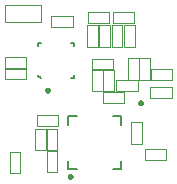
<source format=gto>
%FSTAX25Y25*%
%MOIN*%
%SFA1B1*%

%IPPOS*%
%ADD31C,0.009840*%
%ADD32C,0.003940*%
%ADD33C,0.007870*%
%LNnrf24_pa_lna_rfm69hw-1*%
%LPD*%
G54D31*
X0144685Y0133465D02*
D01*
X0144683Y0133499*
X014468Y0133533*
X0144674Y0133567*
X0144665Y01336*
X0144655Y0133633*
X0144642Y0133665*
X0144627Y0133695*
X014461Y0133725*
X0144591Y0133754*
X0144569Y0133781*
X0144546Y0133806*
X0144522Y013383*
X0144495Y0133852*
X0144468Y0133872*
X0144439Y0133891*
X0144408Y0133907*
X0144377Y0133921*
X0144345Y0133932*
X0144312Y0133942*
X0144278Y0133949*
X0144244Y0133954*
X014421Y0133956*
X0144175*
X0144141Y0133954*
X0144107Y0133949*
X0144073Y0133942*
X014404Y0133932*
X0144008Y0133921*
X0143977Y0133907*
X0143947Y0133891*
X0143917Y0133872*
X014389Y0133852*
X0143863Y013383*
X0143839Y0133806*
X0143816Y0133781*
X0143794Y0133754*
X0143775Y0133725*
X0143758Y0133695*
X0143743Y0133665*
X014373Y0133633*
X014372Y01336*
X0143711Y0133567*
X0143705Y0133533*
X0143702Y0133499*
X0143701Y0133465*
X0143702Y013343*
X0143705Y0133396*
X0143711Y0133362*
X014372Y0133329*
X014373Y0133296*
X0143743Y0133264*
X0143758Y0133234*
X0143775Y0133204*
X0143794Y0133175*
X0143816Y0133148*
X0143839Y0133123*
X0143863Y0133099*
X014389Y0133077*
X0143917Y0133057*
X0143947Y0133038*
X0143977Y0133022*
X0144008Y0133008*
X014404Y0132997*
X0144073Y0132987*
X0144107Y013298*
X0144141Y0132975*
X0144175Y0132973*
X014421*
X0144244Y0132975*
X0144278Y013298*
X0144312Y0132987*
X0144345Y0132997*
X0144377Y0133008*
X0144408Y0133022*
X0144439Y0133038*
X0144468Y0133057*
X0144495Y0133077*
X0144522Y0133099*
X0144546Y0133123*
X0144569Y0133148*
X0144591Y0133175*
X014461Y0133204*
X0144627Y0133234*
X0144642Y0133264*
X0144655Y0133296*
X0144665Y0133329*
X0144674Y0133362*
X014468Y0133396*
X0144683Y013343*
X0144685Y0133465*
X012126Y0108858D02*
D01*
X0121258Y0108892*
X0121255Y0108926*
X0121249Y010896*
X012124Y0108993*
X012123Y0109026*
X0121217Y0109058*
X0121202Y0109088*
X0121185Y0109118*
X0121166Y0109147*
X0121144Y0109174*
X0121121Y0109199*
X0121097Y0109223*
X012107Y0109245*
X0121043Y0109265*
X0121014Y0109284*
X0120983Y01093*
X0120952Y0109314*
X012092Y0109325*
X0120887Y0109335*
X0120853Y0109342*
X0120819Y0109347*
X0120785Y0109349*
X012075*
X0120716Y0109347*
X0120682Y0109342*
X0120648Y0109335*
X0120615Y0109325*
X0120583Y0109314*
X0120552Y01093*
X0120522Y0109284*
X0120492Y0109265*
X0120465Y0109245*
X0120438Y0109223*
X0120414Y0109199*
X0120391Y0109174*
X0120369Y0109147*
X012035Y0109118*
X0120333Y0109088*
X0120318Y0109058*
X0120305Y0109026*
X0120295Y0108993*
X0120286Y010896*
X012028Y0108926*
X0120277Y0108892*
X0120276Y0108858*
X0120277Y0108823*
X012028Y0108789*
X0120286Y0108755*
X0120295Y0108722*
X0120305Y0108689*
X0120318Y0108657*
X0120333Y0108627*
X012035Y0108597*
X0120369Y0108568*
X0120391Y0108541*
X0120414Y0108516*
X0120438Y0108492*
X0120465Y010847*
X0120492Y010845*
X0120522Y0108431*
X0120552Y0108415*
X0120583Y0108401*
X0120615Y010839*
X0120648Y010838*
X0120682Y0108373*
X0120716Y0108368*
X012075Y0108366*
X0120785*
X0120819Y0108368*
X0120853Y0108373*
X0120887Y010838*
X012092Y010839*
X0120952Y0108401*
X0120983Y0108415*
X0121014Y0108431*
X0121043Y010845*
X012107Y010847*
X0121097Y0108492*
X0121121Y0108516*
X0121144Y0108541*
X0121166Y0108568*
X0121185Y0108597*
X0121202Y0108627*
X0121217Y0108657*
X012123Y0108689*
X012124Y0108722*
X0121249Y0108755*
X0121255Y0108789*
X0121258Y0108823*
X012126Y0108858*
X0113681Y0137697D02*
D01*
X0113679Y0137731*
X0113676Y0137765*
X011367Y0137799*
X0113661Y0137832*
X0113651Y0137865*
X0113638Y0137897*
X0113623Y0137927*
X0113606Y0137957*
X0113587Y0137986*
X0113565Y0138013*
X0113542Y0138038*
X0113518Y0138062*
X0113491Y0138084*
X0113464Y0138104*
X0113435Y0138123*
X0113404Y0138139*
X0113373Y0138153*
X0113341Y0138164*
X0113308Y0138174*
X0113274Y0138181*
X011324Y0138186*
X0113206Y0138188*
X0113171*
X0113137Y0138186*
X0113103Y0138181*
X0113069Y0138174*
X0113036Y0138164*
X0113004Y0138153*
X0112973Y0138139*
X0112943Y0138123*
X0112913Y0138104*
X0112886Y0138084*
X0112859Y0138062*
X0112835Y0138038*
X0112812Y0138013*
X011279Y0137986*
X0112771Y0137957*
X0112754Y0137927*
X0112739Y0137897*
X0112726Y0137865*
X0112716Y0137832*
X0112707Y0137799*
X0112701Y0137765*
X0112698Y0137731*
X0112697Y0137697*
X0112698Y0137662*
X0112701Y0137628*
X0112707Y0137594*
X0112716Y0137561*
X0112726Y0137528*
X0112739Y0137496*
X0112754Y0137466*
X0112771Y0137436*
X011279Y0137407*
X0112812Y013738*
X0112835Y0137355*
X0112859Y0137331*
X0112886Y0137309*
X0112913Y0137289*
X0112943Y013727*
X0112973Y0137254*
X0113004Y013724*
X0113036Y0137229*
X0113069Y0137219*
X0113103Y0137212*
X0113137Y0137207*
X0113171Y0137205*
X0113206*
X011324Y0137207*
X0113274Y0137212*
X0113308Y0137219*
X0113341Y0137229*
X0113373Y013724*
X0113404Y0137254*
X0113435Y013727*
X0113464Y0137289*
X0113491Y0137309*
X0113518Y0137331*
X0113542Y0137355*
X0113565Y013738*
X0113587Y0137407*
X0113606Y0137436*
X0113623Y0137466*
X0113638Y0137496*
X0113651Y0137528*
X0113661Y0137561*
X011367Y0137594*
X0113676Y0137628*
X0113679Y0137662*
X0113681Y0137697*
G54D32*
X0131693Y0137244D02*
X0135335D01*
X0131693Y0144331D02*
X0135335D01*
X0131693Y0137244D02*
Y0144331D01*
X0135335Y0137244D02*
Y0144331D01*
X0143307Y0137343D02*
Y0140984D01*
X0136221Y0137343D02*
Y0140984D01*
Y0137343D02*
X0143307D01*
X0136221Y0140984D02*
X0143307D01*
X0138878Y0133405D02*
Y0137047D01*
X0131791Y0133405D02*
Y0137047D01*
Y0133405D02*
X0138878D01*
X0131791Y0137047D02*
X0138878D01*
X0147539Y0135138D02*
X0154724D01*
X0147539D02*
Y0138681D01*
X0154724*
Y0135138D02*
Y0138681D01*
X0145669Y0117913D02*
X0152854D01*
Y011437D02*
Y0117913D01*
X0145669Y011437D02*
X0152854D01*
X0145669D02*
Y0117913D01*
X0116732Y0125886D02*
Y0129429D01*
X0109646D02*
X0116732D01*
X0109646Y0125886D02*
Y0129429D01*
Y0125886D02*
X0116732D01*
X0147441Y0141083D02*
Y0148268D01*
X0143898Y0141083D02*
X0147441D01*
X0143898D02*
Y0148268D01*
X0147441*
X0143602Y0141083D02*
Y0148268D01*
X0140059Y0141083D02*
X0143602D01*
X0140059D02*
Y0148268D01*
X0143602*
X0128051Y0137244D02*
Y0144429D01*
X0131595*
Y0137244D02*
Y0144429D01*
X0128051Y0137244D02*
X0131595D01*
X0128051Y0148169D02*
X0135236D01*
Y0144626D02*
Y0148169D01*
X0128051Y0144626D02*
X0135236D01*
X0128051D02*
Y0148169D01*
X0116535Y0117717D02*
Y0124902D01*
X0112992Y0117717D02*
X0116535D01*
X0112992D02*
Y0124902D01*
X0116535*
X0112598Y0117717D02*
Y0124902D01*
X0109055Y0117717D02*
X0112598D01*
X0109055D02*
Y0124902D01*
X0112598*
X0112992Y0110335D02*
Y011752D01*
X0116535*
Y0110335D02*
Y011752D01*
X0112992Y0110335D02*
X0116535D01*
X0141043Y0126969D02*
X0144587D01*
X0141043Y0119882D02*
Y0126969D01*
Y0119882D02*
X0144587D01*
Y0126969*
X0114469Y015876D02*
Y0162303D01*
Y015876D02*
X0121653D01*
Y0162303*
X0114469D02*
X0121653D01*
X0126476Y0159252D02*
X013002D01*
X0126476Y0152067D02*
Y0159252D01*
Y0152067D02*
X013002D01*
Y0159252*
X0130512D02*
X0134055D01*
X0130512Y0152067D02*
Y0159252D01*
Y0152067D02*
X0134055D01*
Y0159252*
X0134646D02*
X0138189D01*
X0134646Y0152067D02*
Y0159252D01*
Y0152067D02*
X0138189D01*
Y0159252*
X0138779D02*
X0142323D01*
X0138779Y0152067D02*
Y0159252D01*
Y0152067D02*
X0142323D01*
Y0159252*
X0126772Y0163779D02*
X0133858D01*
X0126772Y0160138D02*
X0133858D01*
X0126772D02*
Y0163779D01*
X0133858Y0160138D02*
Y0163779D01*
X0134941D02*
X0142027D01*
X0134941Y0160138D02*
X0142027D01*
X0134941D02*
Y0163779D01*
X0142027Y0160138D02*
Y0163779D01*
X0099016Y0145177D02*
Y0148721D01*
Y0145177D02*
X0106201D01*
Y0148721*
X0099016D02*
X0106201D01*
X0099016Y0141339D02*
Y0144882D01*
Y0141339D02*
X0106201D01*
Y0144882*
X0099016D02*
X0106201D01*
X0110941Y0160259D02*
Y0166165D01*
X009913D02*
X0110941D01*
X009913Y0160259D02*
Y0166165D01*
Y0160259D02*
X0110941D01*
X0104134Y0110138D02*
Y0117224D01*
X0100591Y0110138D02*
X0104134D01*
X0100591D02*
Y0117224D01*
X0104134*
X0147736Y0144685D02*
X0154823D01*
Y0141142D02*
Y0144685D01*
X0147736Y0141142D02*
X0154823D01*
X0147736D02*
Y0144685D01*
G54D33*
X0120177Y0111417D02*
X0122933D01*
X0120177D02*
Y0114173D01*
X0134941Y0111417D02*
X0137697D01*
Y0114173*
X0134941Y0128937D02*
X0137697D01*
Y0126181D02*
Y0128937D01*
X0120177D02*
X0122933D01*
X0120177Y0126181D02*
Y0128937D01*
X0122047Y0152461D02*
Y0153445D01*
X0121063D02*
X0122047D01*
Y0141634D02*
Y0142618D01*
X0121063Y0141634D02*
X0122047D01*
X0110236Y0152461D02*
Y0153445D01*
X0111221*
X0110236Y0142421D02*
Y0142618D01*
Y0142421D02*
X0111024Y0141634D01*
X0111221*
M02*
</source>
